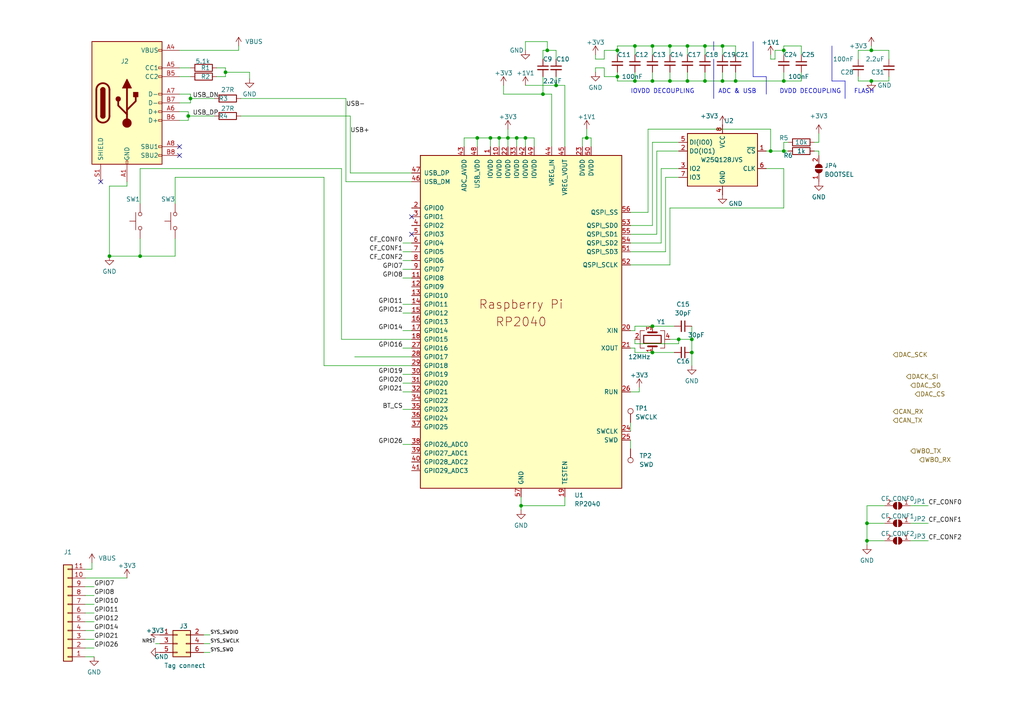
<source format=kicad_sch>
(kicad_sch (version 20230819) (generator eeschema)
  (paper "A4")
  (title_block (title "OpenEFI WBO Carrier Board") (date "2023-11-28") (rev "v3") (company "Churrosoft®") (comment 1 "CERN-OHL-S Licence"))
  (lib_symbols
    (symbol "Connector:TestPoint" (pin_numbers hide) (pin_names (offset 0.762) hide)
      (property "Reference" "TP" (at 0 6.858 0))
      (property "Value" "TestPoint" (at 0 5.08 0))
      (symbol "TestPoint_1_1"
        (pin passive line (at 0 0 90) (length 2.54) (name "1") (number "1"))
      )
    )
    (symbol "Connector:USB_C_Receptacle_USB2.0" (pin_names (offset 1.016))
      (property "Reference" "J" (at -10.16 19.05 0))
      (property "Value" "USB_C_Receptacle_USB2.0" (at 19.05 19.05 0))
      (symbol "USB_C_Receptacle_USB2.0_1_1"
        (pin passive line (at 0 -22.86 90) (length 5.08) (name "GND") (number "A1"))
        (pin passive line (at 0 -22.86 90) (length 5.08) hide (name "GND") (number "A12"))
        (pin passive line (at 15.24 15.24 180) (length 5.08) (name "VBUS") (number "A4"))
        (pin bidirectional line (at 15.24 10.16 180) (length 5.08) (name "CC1") (number "A5"))
        (pin bidirectional line (at 15.24 -2.54 180) (length 5.08) (name "D+") (number "A6"))
        (pin bidirectional line (at 15.24 2.54 180) (length 5.08) (name "D-") (number "A7"))
        (pin bidirectional line (at 15.24 -12.7 180) (length 5.08) (name "SBU1") (number "A8"))
        (pin passive line (at 15.24 15.24 180) (length 5.08) hide (name "VBUS") (number "A9"))
        (pin passive line (at 0 -22.86 90) (length 5.08) hide (name "GND") (number "B1"))
        (pin passive line (at 0 -22.86 90) (length 5.08) hide (name "GND") (number "B12"))
        (pin passive line (at 15.24 15.24 180) (length 5.08) hide (name "VBUS") (number "B4"))
        (pin bidirectional line (at 15.24 7.62 180) (length 5.08) (name "CC2") (number "B5"))
        (pin bidirectional line (at 15.24 -5.08 180) (length 5.08) (name "D+") (number "B6"))
        (pin bidirectional line (at 15.24 0 180) (length 5.08) (name "D-") (number "B7"))
        (pin bidirectional line (at 15.24 -15.24 180) (length 5.08) (name "SBU2") (number "B8"))
        (pin passive line (at 15.24 15.24 180) (length 5.08) hide (name "VBUS") (number "B9"))
        (pin passive line (at -7.62 -22.86 90) (length 5.08) (name "SHIELD") (number "S1"))
      )
    )
    (symbol "Connector_Generic:Conn_01x11" (pin_names (offset 1.016) hide)
      (property "Reference" "J" (at 0 15.24 0))
      (property "Value" "Conn_01x11" (at 0 -15.24 0))
      (symbol "Conn_01x11_1_1"
        (pin passive line (at -5.08 12.7 0) (length 3.81) (name "Pin_1") (number "1"))
        (pin passive line (at -5.08 -10.16 0) (length 3.81) (name "Pin_10") (number "10"))
        (pin passive line (at -5.08 -12.7 0) (length 3.81) (name "Pin_11") (number "11"))
        (pin passive line (at -5.08 10.16 0) (length 3.81) (name "Pin_2") (number "2"))
        (pin passive line (at -5.08 7.62 0) (length 3.81) (name "Pin_3") (number "3"))
        (pin passive line (at -5.08 5.08 0) (length 3.81) (name "Pin_4") (number "4"))
        (pin passive line (at -5.08 2.54 0) (length 3.81) (name "Pin_5") (number "5"))
        (pin passive line (at -5.08 0 0) (length 3.81) (name "Pin_6") (number "6"))
        (pin passive line (at -5.08 -2.54 0) (length 3.81) (name "Pin_7") (number "7"))
        (pin passive line (at -5.08 -5.08 0) (length 3.81) (name "Pin_8") (number "8"))
        (pin passive line (at -5.08 -7.62 0) (length 3.81) (name "Pin_9") (number "9"))
      )
    )
    (symbol "Connector_Generic:Conn_02x03_Odd_Even" (pin_names (offset 1.016) hide)
      (property "Reference" "J" (at 1.27 5.08 0))
      (property "Value" "Conn_02x03_Odd_Even" (at 1.27 -5.08 0))
      (symbol "Conn_02x03_Odd_Even_1_1"
        (pin passive line (at -5.08 2.54 0) (length 3.81) (name "Pin_1") (number "1"))
        (pin passive line (at 7.62 2.54 180) (length 3.81) (name "Pin_2") (number "2"))
        (pin passive line (at -5.08 0 0) (length 3.81) (name "Pin_3") (number "3"))
        (pin passive line (at 7.62 0 180) (length 3.81) (name "Pin_4") (number "4"))
        (pin passive line (at -5.08 -2.54 0) (length 3.81) (name "Pin_5") (number "5"))
        (pin passive line (at 7.62 -2.54 180) (length 3.81) (name "Pin_6") (number "6"))
      )
    )
    (symbol "Device:C_Small" (pin_numbers hide) (pin_names (offset 0.254) hide)
      (property "Reference" "C" (at 0.254 1.778 0))
      (property "Value" "C_Small" (at 0.254 -2.032 0))
      (symbol "C_Small_1_1"
        (pin passive line (at 0 2.54 270) (length 2.032) (name "~") (number "1"))
        (pin passive line (at 0 -2.54 90) (length 2.032) (name "~") (number "2"))
      )
    )
    (symbol "Device:Crystal_GND24" (pin_names (offset 1.016) hide)
      (property "Reference" "Y" (at 3.175 5.08 0))
      (property "Value" "Crystal_GND24" (at 3.175 3.175 0))
      (symbol "Crystal_GND24_1_1"
        (pin passive line (at -3.81 0 0) (length 1.27) (name "1") (number "1"))
        (pin passive line (at 0 5.08 270) (length 1.27) (name "2") (number "2"))
        (pin passive line (at 3.81 0 180) (length 1.27) (name "3") (number "3"))
        (pin passive line (at 0 -5.08 90) (length 1.27) (name "4") (number "4"))
      )
    )
    (symbol "Device:R" (pin_numbers hide) (pin_names (offset 0))
      (property "Reference" "R" (at 2.032 0 90))
      (property "Value" "R" (at 0 0 90))
      (symbol "R_1_1"
        (pin passive line (at 0 3.81 270) (length 1.27) (name "~") (number "1"))
        (pin passive line (at 0 -3.81 90) (length 1.27) (name "~") (number "2"))
      )
    )
    (symbol "Jumper:SolderJumper_2_Open" (pin_names (offset 0) hide)
      (property "Reference" "JP" (at 0 2.032 0))
      (property "Value" "SolderJumper_2_Open" (at 0 -2.54 0))
      (symbol "SolderJumper_2_Open_1_1"
        (pin passive line (at -3.81 0 0) (length 2.54) (name "A") (number "1"))
        (pin passive line (at 3.81 0 180) (length 2.54) (name "B") (number "2"))
      )
    )
    (symbol "Memory_Flash:W25Q128JVS"
      (property "Reference" "U" (at -8.89 8.89 0))
      (property "Value" "W25Q128JVS" (at 7.62 8.89 0))
      (symbol "W25Q128JVS_1_1"
        (pin input line (at -12.7 2.54 0) (length 2.54) (name "~{CS}") (number "1"))
        (pin bidirectional line (at 12.7 2.54 180) (length 2.54) (name "DO(IO1)") (number "2"))
        (pin bidirectional line (at 12.7 -2.54 180) (length 2.54) (name "IO2") (number "3"))
        (pin power_in line (at 0 -10.16 90) (length 2.54) (name "GND") (number "4"))
        (pin bidirectional line (at 12.7 5.08 180) (length 2.54) (name "DI(IO0)") (number "5"))
        (pin input line (at -12.7 -2.54 0) (length 2.54) (name "CLK") (number "6"))
        (pin bidirectional line (at 12.7 -5.08 180) (length 2.54) (name "IO3") (number "7"))
        (pin power_in line (at 0 10.16 270) (length 2.54) (name "VCC") (number "8"))
      )
    )
    (symbol "Switch:SW_Push" (pin_numbers hide) (pin_names (offset 1.016) hide)
      (property "Reference" "SW" (at 1.27 2.54 0))
      (property "Value" "SW_Push" (at 0 -1.524 0))
      (symbol "SW_Push_0_1"
        (pin passive line (at -5.08 0 0) (length 2.54) (name "1") (number "1"))
        (pin passive line (at 5.08 0 180) (length 2.54) (name "2") (number "2"))
      )
    )
    (symbol "power:+1V1" (power) (pin_names (offset 0))
      (property "Value" "+1V1" (at 0 3.556 0))
      (symbol "+1V1_1_1"
        (pin power_in line (at 0 0 90) (length 0) hide (name "+1V1") (number "1"))
      )
    )
    (symbol "power:+3V3" (power) (pin_names (offset 0))
      (property "Value" "+3V3" (at 0 3.556 0))
      (symbol "+3V3_1_1"
        (pin power_in line (at 0 0 90) (length 0) hide (name "+3V3") (number "1"))
      )
    )
    (symbol "power:GND" (power) (pin_names (offset 0))
      (property "Value" "GND" (at 0 -3.81 0))
      (symbol "GND_1_1"
        (pin power_in line (at 0 0 270) (length 0) hide (name "GND") (number "1"))
      )
    )
    (symbol "power:VBUS" (power) (pin_names (offset 0))
      (property "Value" "VBUS" (at 0 3.81 0))
      (symbol "VBUS_1_1"
        (pin power_in line (at 0 0 90) (length 0) hide (name "VBUS") (number "1"))
      )
    )
    (symbol "rp_pico:RP2040" (pin_names (offset 1.016))
      (property "Reference" "U" (at -29.21 49.53 0))
      (property "Value" "RP2040" (at 24.13 -49.53 0))
      (symbol "RP2040_0_0"
        (text "Raspberry Pi" (at 0 5.08 0) (effects (font (size 2.54 2.54))))
        (text "RP2040" (at 0 0 0) (effects (font (size 2.54 2.54))))
      )
      (symbol "RP2040_1_1"
        (pin power_in line (at 8.89 50.8 270) (length 2.54) (name "IOVDD") (number "1"))
        (pin power_in line (at 6.35 50.8 270) (length 2.54) (name "IOVDD") (number "10"))
        (pin bidirectional line (at 31.75 12.7 180) (length 2.54) (name "GPIO8") (number "11"))
        (pin bidirectional line (at 31.75 10.16 180) (length 2.54) (name "GPIO9") (number "12"))
        (pin bidirectional line (at 31.75 7.62 180) (length 2.54) (name "GPIO10") (number "13"))
        (pin bidirectional line (at 31.75 5.08 180) (length 2.54) (name "GPIO11") (number "14"))
        (pin bidirectional line (at 31.75 2.54 180) (length 2.54) (name "GPIO12") (number "15"))
        (pin bidirectional line (at 31.75 0 180) (length 2.54) (name "GPIO13") (number "16"))
        (pin bidirectional line (at 31.75 -2.54 180) (length 2.54) (name "GPIO14") (number "17"))
        (pin bidirectional line (at 31.75 -5.08 180) (length 2.54) (name "GPIO15") (number "18"))
        (pin passive line (at -12.7 -50.8 90) (length 2.54) (name "TESTEN") (number "19"))
        (pin bidirectional line (at 31.75 33.02 180) (length 2.54) (name "GPIO0") (number "2"))
        (pin input line (at -31.75 -2.54 0) (length 2.54) (name "XIN") (number "20"))
        (pin passive line (at -31.75 -7.62 0) (length 2.54) (name "XOUT") (number "21"))
        (pin power_in line (at 3.81 50.8 270) (length 2.54) (name "IOVDD") (number "22"))
        (pin power_in line (at -17.78 50.8 270) (length 2.54) (name "DVDD") (number "23"))
        (pin output line (at -31.75 -31.75 0) (length 2.54) (name "SWCLK") (number "24"))
        (pin bidirectional line (at -31.75 -34.29 0) (length 2.54) (name "SWD") (number "25"))
        (pin input line (at -31.75 -20.32 0) (length 2.54) (name "RUN") (number "26"))
        (pin bidirectional line (at 31.75 -7.62 180) (length 2.54) (name "GPIO16") (number "27"))
        (pin bidirectional line (at 31.75 -10.16 180) (length 2.54) (name "GPIO17") (number "28"))
        (pin bidirectional line (at 31.75 -12.7 180) (length 2.54) (name "GPIO18") (number "29"))
        (pin bidirectional line (at 31.75 30.48 180) (length 2.54) (name "GPIO1") (number "3"))
        (pin bidirectional line (at 31.75 -15.24 180) (length 2.54) (name "GPIO19") (number "30"))
        (pin bidirectional line (at 31.75 -17.78 180) (length 2.54) (name "GPIO20") (number "31"))
        (pin bidirectional line (at 31.75 -20.32 180) (length 2.54) (name "GPIO21") (number "32"))
        (pin power_in line (at 1.27 50.8 270) (length 2.54) (name "IOVDD") (number "33"))
        (pin bidirectional line (at 31.75 -22.86 180) (length 2.54) (name "GPIO22") (number "34"))
        (pin bidirectional line (at 31.75 -25.4 180) (length 2.54) (name "GPIO23") (number "35"))
        (pin bidirectional line (at 31.75 -27.94 180) (length 2.54) (name "GPIO24") (number "36"))
        (pin bidirectional line (at 31.75 -30.48 180) (length 2.54) (name "GPIO25") (number "37"))
        (pin bidirectional line (at 31.75 -35.56 180) (length 2.54) (name "GPIO26_ADC0") (number "38"))
        (pin bidirectional line (at 31.75 -38.1 180) (length 2.54) (name "GPIO27_ADC1") (number "39"))
        (pin bidirectional line (at 31.75 27.94 180) (length 2.54) (name "GPIO2") (number "4"))
        (pin bidirectional line (at 31.75 -40.64 180) (length 2.54) (name "GPIO28_ADC2") (number "40"))
        (pin bidirectional line (at 31.75 -43.18 180) (length 2.54) (name "GPIO29_ADC3") (number "41"))
        (pin power_in line (at -1.27 50.8 270) (length 2.54) (name "IOVDD") (number "42"))
        (pin power_in line (at 16.51 50.8 270) (length 2.54) (name "ADC_AVDD") (number "43"))
        (pin power_in line (at -8.89 50.8 270) (length 2.54) (name "VREG_IN") (number "44"))
        (pin power_out line (at -12.7 50.8 270) (length 2.54) (name "VREG_VOUT") (number "45"))
        (pin bidirectional line (at 31.75 40.64 180) (length 2.54) (name "USB_DM") (number "46"))
        (pin bidirectional line (at 31.75 43.18 180) (length 2.54) (name "USB_DP") (number "47"))
        (pin power_in line (at 12.7 50.8 270) (length 2.54) (name "USB_VDD") (number "48"))
        (pin power_in line (at -3.81 50.8 270) (length 2.54) (name "IOVDD") (number "49"))
        (pin bidirectional line (at 31.75 25.4 180) (length 2.54) (name "GPIO3") (number "5"))
        (pin power_in line (at -20.32 50.8 270) (length 2.54) (name "DVDD") (number "50"))
        (pin bidirectional line (at -31.75 20.32 0) (length 2.54) (name "QSPI_SD3") (number "51"))
        (pin output line (at -31.75 16.51 0) (length 2.54) (name "QSPI_SCLK") (number "52"))
        (pin bidirectional line (at -31.75 27.94 0) (length 2.54) (name "QSPI_SD0") (number "53"))
        (pin bidirectional line (at -31.75 22.86 0) (length 2.54) (name "QSPI_SD2") (number "54"))
        (pin bidirectional line (at -31.75 25.4 0) (length 2.54) (name "QSPI_SD1") (number "55"))
        (pin bidirectional line (at -31.75 31.75 0) (length 2.54) (name "QSPI_SS") (number "56"))
        (pin power_in line (at 0 -50.8 90) (length 2.54) (name "GND") (number "57"))
        (pin bidirectional line (at 31.75 22.86 180) (length 2.54) (name "GPIO4") (number "6"))
        (pin bidirectional line (at 31.75 20.32 180) (length 2.54) (name "GPIO5") (number "7"))
        (pin bidirectional line (at 31.75 17.78 180) (length 2.54) (name "GPIO6") (number "8"))
        (pin bidirectional line (at 31.75 15.24 180) (length 2.54) (name "GPIO7") (number "9"))
      )
    )
  )
  (junction (at 204.47 13.335))
  (junction (at 189.23 94.615))
  (junction (at 55.245 28.575))
  (junction (at 227.33 23.495))
  (junction (at 138.43 40.005))
  (junction (at 227.33 14.605))
  (junction (at 65.405 20.955))
  (junction (at 204.47 23.495))
  (junction (at 199.39 23.495))
  (junction (at 158.75 14.605))
  (junction (at 184.15 13.335))
  (junction (at 54.61 33.655))
  (junction (at 40.64 74.295))
  (junction (at 184.15 23.495))
  (junction (at 251.46 156.845))
  (junction (at 189.23 23.495))
  (junction (at 147.32 40.005))
  (junction (at 170.18 40.005))
  (junction (at 196.85 98.425))
  (junction (at 189.23 102.235))
  (junction (at 223.52 43.815))
  (junction (at 209.55 23.495))
  (junction (at 189.23 13.335))
  (junction (at 161.29 24.765))
  (junction (at 152.4 40.005))
  (junction (at 252.73 23.495))
  (junction (at 209.55 13.335))
  (junction (at 252.73 14.605))
  (junction (at 142.24 40.005))
  (junction (at 179.07 14.605))
  (junction (at 31.75 74.295))
  (junction (at 194.31 13.335))
  (junction (at 200.66 102.235))
  (junction (at 227.33 43.815))
  (junction (at 194.31 23.495))
  (junction (at 213.36 23.495))
  (junction (at 149.86 40.005))
  (junction (at 199.39 13.335))
  (junction (at 251.46 151.765))
  (junction (at 144.78 40.005))
  (junction (at 157.48 27.305))
  (junction (at 179.07 22.225))
  (junction (at 151.13 146.685))
  (junction (at 200.66 98.425))
  (no_connect (at 52.07 42.545))
  (no_connect (at 119.38 67.945))
  (no_connect (at 29.21 52.705))
  (no_connect (at 52.07 45.085))
  (no_connect (at 119.38 62.865))
  (wire (pts (xy 213.36 15.875) (xy 213.36 13.335)))
  (wire (pts (xy 27.305 187.96) (xy 24.765 187.96)))
  (wire (pts (xy 227.33 43.815) (xy 227.33 41.275)))
  (wire (pts (xy 72.39 22.86) (xy 72.39 20.955)))
  (wire (pts (xy 65.405 20.955) (xy 65.405 22.225)))
  (wire (pts (xy 257.81 22.225) (xy 257.81 23.495)))
  (wire (pts (xy 52.07 32.385) (xy 54.61 32.385)))
  (wire (pts (xy 40.64 74.295) (xy 50.8 74.295)))
  (wire (pts (xy 189.23 102.235) (xy 195.58 102.235)))
  (wire (pts (xy 252.73 13.335) (xy 252.73 14.605)))
  (polyline (pts (xy 245.11 23.495) (xy 241.3 23.495)))
  (wire (pts (xy 24.765 180.34) (xy 27.305 180.34)))
  (wire (pts (xy 138.43 40.005) (xy 142.24 40.005)))
  (wire (pts (xy 172.72 20.955) (xy 172.72 19.685)))
  (wire (pts (xy 204.47 20.955) (xy 204.47 23.495)))
  (wire (pts (xy 24.765 177.8) (xy 27.305 177.8)))
  (wire (pts (xy 227.33 41.275) (xy 228.6 41.275)))
  (wire (pts (xy 191.77 70.485) (xy 191.77 48.895)))
  (wire (pts (xy 116.84 95.885) (xy 119.38 95.885)))
  (wire (pts (xy 182.88 76.835) (xy 194.31 76.835)))
  (wire (pts (xy 227.33 48.895) (xy 222.25 48.895)))
  (wire (pts (xy 69.215 13.335) (xy 69.215 14.605)))
  (wire (pts (xy 69.215 14.605) (xy 52.07 14.605)))
  (wire (pts (xy 204.47 13.335) (xy 199.39 13.335)))
  (wire (pts (xy 223.52 37.465) (xy 223.52 43.815)))
  (wire (pts (xy 119.38 106.045) (xy 93.98 106.045)))
  (wire (pts (xy 50.8 51.435) (xy 50.8 59.055)))
  (wire (pts (xy 24.765 175.26) (xy 27.305 175.26)))
  (wire (pts (xy 227.33 14.605) (xy 227.33 15.875)))
  (polyline (pts (xy 222.25 27.305) (xy 222.25 22.225)))
  (wire (pts (xy 116.84 70.485) (xy 119.38 70.485)))
  (wire (pts (xy 116.84 90.805) (xy 119.38 90.805)))
  (wire (pts (xy 257.81 17.145) (xy 257.81 14.605)))
  (wire (pts (xy 55.245 27.305) (xy 55.245 28.575)))
  (wire (pts (xy 151.13 144.145) (xy 151.13 146.685)))
  (wire (pts (xy 189.23 20.955) (xy 189.23 23.495)))
  (wire (pts (xy 209.55 15.875) (xy 209.55 13.335)))
  (wire (pts (xy 256.54 151.765) (xy 251.46 151.765)))
  (wire (pts (xy 189.23 13.335) (xy 184.15 13.335)))
  (wire (pts (xy 184.15 13.335) (xy 184.15 15.875)))
  (wire (pts (xy 152.4 40.005) (xy 152.4 42.545)))
  (wire (pts (xy 199.39 13.335) (xy 199.39 15.875)))
  (wire (pts (xy 227.33 13.335) (xy 227.33 14.605)))
  (wire (pts (xy 209.55 20.955) (xy 209.55 23.495)))
  (wire (pts (xy 237.49 41.275) (xy 236.22 41.275)))
  (wire (pts (xy 45.085 186.69) (xy 46.355 186.69)))
  (wire (pts (xy 184.15 102.235) (xy 184.15 100.965)))
  (wire (pts (xy 182.88 65.405) (xy 189.23 65.405)))
  (wire (pts (xy 184.15 94.615) (xy 184.15 95.885)))
  (wire (pts (xy 168.91 40.005) (xy 168.91 42.545)))
  (wire (pts (xy 138.43 40.005) (xy 138.43 42.545)))
  (wire (pts (xy 194.31 13.335) (xy 194.31 15.875)))
  (wire (pts (xy 191.77 48.895) (xy 196.85 48.895)))
  (wire (pts (xy 116.84 111.125) (xy 119.38 111.125)))
  (wire (pts (xy 54.61 33.655) (xy 54.61 34.925)))
  (wire (pts (xy 142.24 40.005) (xy 142.24 42.545)))
  (wire (pts (xy 182.88 113.665) (xy 185.42 113.665)))
  (wire (pts (xy 163.83 144.145) (xy 163.83 146.685)))
  (wire (pts (xy 116.84 100.965) (xy 119.38 100.965)))
  (wire (pts (xy 184.15 23.495) (xy 179.07 23.495)))
  (wire (pts (xy 232.41 23.495) (xy 227.33 23.495)))
  (wire (pts (xy 184.15 98.425) (xy 184.15 99.695)))
  (wire (pts (xy 213.36 20.955) (xy 213.36 23.495)))
  (wire (pts (xy 116.84 73.025) (xy 119.38 73.025)))
  (wire (pts (xy 184.15 95.885) (xy 182.88 95.885)))
  (wire (pts (xy 196.85 51.435) (xy 193.04 51.435)))
  (wire (pts (xy 200.66 98.425) (xy 200.66 102.235)))
  (wire (pts (xy 36.83 53.975) (xy 31.75 53.975)))
  (wire (pts (xy 189.23 94.615) (xy 195.58 94.615)))
  (wire (pts (xy 175.26 17.145) (xy 175.26 14.605)))
  (wire (pts (xy 182.88 61.595) (xy 187.96 61.595)))
  (wire (pts (xy 116.84 80.645) (xy 119.38 80.645)))
  (wire (pts (xy 248.92 17.145) (xy 248.92 14.605)))
  (wire (pts (xy 147.32 40.005) (xy 147.32 42.545)))
  (wire (pts (xy 102.87 103.505) (xy 119.38 103.505)))
  (wire (pts (xy 227.33 43.815) (xy 228.6 43.815)))
  (wire (pts (xy 55.245 28.575) (xy 62.23 28.575)))
  (wire (pts (xy 251.46 146.685) (xy 251.46 151.765)))
  (wire (pts (xy 171.45 40.005) (xy 170.18 40.005)))
  (wire (pts (xy 264.16 156.845) (xy 269.24 156.845)))
  (wire (pts (xy 116.84 108.585) (xy 119.38 108.585)))
  (wire (pts (xy 182.88 125.095) (xy 182.88 122.555)))
  (wire (pts (xy 223.52 15.875) (xy 223.52 17.145)))
  (wire (pts (xy 116.84 78.105) (xy 119.38 78.105)))
  (wire (pts (xy 157.48 14.605) (xy 157.48 17.145)))
  (wire (pts (xy 24.765 190.5) (xy 27.305 190.5)))
  (wire (pts (xy 187.96 37.465) (xy 187.96 61.595)))
  (wire (pts (xy 40.64 48.895) (xy 99.06 48.895)))
  (wire (pts (xy 157.48 22.225) (xy 157.48 27.305)))
  (wire (pts (xy 119.38 50.165) (xy 101.6 50.165)))
  (wire (pts (xy 184.15 13.335) (xy 179.07 13.335)))
  (wire (pts (xy 182.88 70.485) (xy 191.77 70.485)))
  (wire (pts (xy 199.39 20.955) (xy 199.39 23.495)))
  (wire (pts (xy 146.05 27.305) (xy 146.05 24.765)))
  (wire (pts (xy 194.31 60.325) (xy 194.31 76.835)))
  (wire (pts (xy 179.07 13.335) (xy 179.07 14.605)))
  (wire (pts (xy 252.73 14.605) (xy 248.92 14.605)))
  (wire (pts (xy 52.07 27.305) (xy 55.245 27.305)))
  (polyline (pts (xy 218.44 12.065) (xy 218.44 22.225)))
  (wire (pts (xy 190.5 43.815) (xy 190.5 67.945)))
  (polyline (pts (xy 245.11 28.575) (xy 245.11 23.495)))
  (wire (pts (xy 171.45 40.005) (xy 171.45 42.545)))
  (wire (pts (xy 154.94 40.005) (xy 152.4 40.005)))
  (wire (pts (xy 213.36 13.335) (xy 209.55 13.335)))
  (wire (pts (xy 264.16 146.685) (xy 269.24 146.685)))
  (wire (pts (xy 161.29 22.225) (xy 161.29 24.765)))
  (wire (pts (xy 175.26 19.685) (xy 175.26 22.225)))
  (wire (pts (xy 179.07 14.605) (xy 179.07 15.875)))
  (wire (pts (xy 175.26 22.225) (xy 179.07 22.225)))
  (wire (pts (xy 194.31 20.955) (xy 194.31 23.495)))
  (wire (pts (xy 223.52 43.815) (xy 227.33 43.815)))
  (wire (pts (xy 31.75 53.975) (xy 31.75 74.295)))
  (wire (pts (xy 134.62 40.005) (xy 138.43 40.005)))
  (wire (pts (xy 256.54 146.685) (xy 251.46 146.685)))
  (wire (pts (xy 196.85 99.695) (xy 196.85 98.425)))
  (wire (pts (xy 144.78 40.005) (xy 142.24 40.005)))
  (wire (pts (xy 52.07 29.845) (xy 55.245 29.845)))
  (wire (pts (xy 163.83 146.685) (xy 151.13 146.685)))
  (wire (pts (xy 100.33 28.575) (xy 100.33 52.705)))
  (wire (pts (xy 149.86 40.005) (xy 147.32 40.005)))
  (wire (pts (xy 194.31 23.495) (xy 199.39 23.495)))
  (wire (pts (xy 185.42 113.665) (xy 185.42 112.395)))
  (wire (pts (xy 209.55 13.335) (xy 204.47 13.335)))
  (wire (pts (xy 194.31 23.495) (xy 189.23 23.495)))
  (wire (pts (xy 196.85 98.425) (xy 200.66 98.425)))
  (wire (pts (xy 175.26 14.605) (xy 179.07 14.605)))
  (wire (pts (xy 40.64 69.215) (xy 40.64 74.295)))
  (wire (pts (xy 200.66 102.235) (xy 200.66 106.045)))
  (wire (pts (xy 52.07 19.685) (xy 55.245 19.685)))
  (wire (pts (xy 213.36 23.495) (xy 209.55 23.495)))
  (wire (pts (xy 251.46 156.845) (xy 256.54 156.845)))
  (wire (pts (xy 24.765 165.1) (xy 26.67 165.1)))
  (wire (pts (xy 72.39 20.955) (xy 65.405 20.955)))
  (wire (pts (xy 93.98 106.045) (xy 93.98 51.435)))
  (polyline (pts (xy 207.01 12.065) (xy 207.01 14.605)))
  (wire (pts (xy 213.36 23.495) (xy 227.33 23.495)))
  (wire (pts (xy 116.84 128.905) (xy 119.38 128.905)))
  (wire (pts (xy 24.765 167.64) (xy 36.83 167.64)))
  (wire (pts (xy 24.765 170.18) (xy 27.305 170.18)))
  (wire (pts (xy 224.79 14.605) (xy 227.33 14.605)))
  (wire (pts (xy 160.02 27.305) (xy 157.48 27.305)))
  (wire (pts (xy 69.85 28.575) (xy 100.33 28.575)))
  (wire (pts (xy 50.8 51.435) (xy 93.98 51.435)))
  (polyline (pts (xy 222.25 22.225) (xy 218.44 22.225)))
  (wire (pts (xy 172.72 17.145) (xy 175.26 17.145)))
  (wire (pts (xy 101.6 50.165) (xy 101.6 33.655)))
  (wire (pts (xy 31.75 74.295) (xy 40.64 74.295)))
  (wire (pts (xy 36.83 52.705) (xy 36.83 53.975)))
  (wire (pts (xy 237.49 38.735) (xy 237.49 41.275)))
  (wire (pts (xy 99.06 98.425) (xy 119.38 98.425)))
  (wire (pts (xy 170.18 40.005) (xy 168.91 40.005)))
  (wire (pts (xy 62.865 19.685) (xy 65.405 19.685)))
  (wire (pts (xy 69.85 33.655) (xy 101.6 33.655)))
  (wire (pts (xy 147.32 40.005) (xy 144.78 40.005)))
  (wire (pts (xy 222.25 43.815) (xy 223.52 43.815)))
  (wire (pts (xy 187.96 37.465) (xy 223.52 37.465)))
  (wire (pts (xy 99.06 48.895) (xy 99.06 98.425)))
  (wire (pts (xy 227.33 20.955) (xy 227.33 23.495)))
  (wire (pts (xy 161.29 24.765) (xy 163.83 24.765)))
  (polyline (pts (xy 241.3 13.335) (xy 241.3 23.495)))
  (wire (pts (xy 116.84 75.565) (xy 119.38 75.565)))
  (wire (pts (xy 147.32 37.465) (xy 147.32 40.005)))
  (wire (pts (xy 24.765 182.88) (xy 27.305 182.88)))
  (wire (pts (xy 193.04 51.435) (xy 193.04 73.025)))
  (wire (pts (xy 116.84 118.745) (xy 119.38 118.745)))
  (wire (pts (xy 184.15 100.965) (xy 182.88 100.965)))
  (wire (pts (xy 26.67 165.1) (xy 26.67 163.195)))
  (wire (pts (xy 193.04 73.025) (xy 182.88 73.025)))
  (wire (pts (xy 161.29 17.145) (xy 161.29 14.605)))
  (wire (pts (xy 194.31 13.335) (xy 189.23 13.335)))
  (wire (pts (xy 232.41 20.955) (xy 232.41 23.495)))
  (wire (pts (xy 27.305 185.42) (xy 24.765 185.42)))
  (wire (pts (xy 224.79 17.145) (xy 224.79 14.605)))
  (wire (pts (xy 209.55 23.495) (xy 204.47 23.495)))
  (wire (pts (xy 54.61 33.655) (xy 62.23 33.655)))
  (wire (pts (xy 251.46 151.765) (xy 251.46 156.845)))
  (wire (pts (xy 100.33 52.705) (xy 119.38 52.705)))
  (wire (pts (xy 149.86 40.005) (xy 149.86 42.545)))
  (wire (pts (xy 184.15 94.615) (xy 189.23 94.615)))
  (wire (pts (xy 152.4 40.005) (xy 149.86 40.005)))
  (wire (pts (xy 55.245 28.575) (xy 55.245 29.845)))
  (wire (pts (xy 179.07 23.495) (xy 179.07 22.225)))
  (wire (pts (xy 252.73 14.605) (xy 257.81 14.605)))
  (wire (pts (xy 199.39 23.495) (xy 204.47 23.495)))
  (wire (pts (xy 60.96 184.15) (xy 59.055 184.15)))
  (wire (pts (xy 236.22 43.815) (xy 237.49 43.815)))
  (wire (pts (xy 170.18 37.465) (xy 170.18 40.005)))
  (wire (pts (xy 65.405 19.685) (xy 65.405 20.955)))
  (wire (pts (xy 232.41 15.875) (xy 232.41 13.335)))
  (wire (pts (xy 194.31 60.325) (xy 227.33 60.325)))
  (wire (pts (xy 194.31 98.425) (xy 196.85 98.425)))
  (wire (pts (xy 172.72 15.875) (xy 172.72 17.145)))
  (wire (pts (xy 248.92 23.495) (xy 248.92 22.225)))
  (wire (pts (xy 52.07 34.925) (xy 54.61 34.925)))
  (wire (pts (xy 24.765 172.72) (xy 27.305 172.72)))
  (wire (pts (xy 184.15 20.955) (xy 184.15 23.495)))
  (wire (pts (xy 134.62 42.545) (xy 134.62 40.005)))
  (wire (pts (xy 60.96 186.69) (xy 59.055 186.69)))
  (wire (pts (xy 52.07 22.225) (xy 55.245 22.225)))
  (wire (pts (xy 200.66 94.615) (xy 200.66 98.425)))
  (wire (pts (xy 60.96 189.23) (xy 59.055 189.23)))
  (wire (pts (xy 251.46 158.115) (xy 251.46 156.845)))
  (wire (pts (xy 189.23 23.495) (xy 184.15 23.495)))
  (wire (pts (xy 184.15 102.235) (xy 189.23 102.235)))
  (wire (pts (xy 204.47 15.875) (xy 204.47 13.335)))
  (wire (pts (xy 223.52 17.145) (xy 224.79 17.145)))
  (wire (pts (xy 184.15 99.695) (xy 196.85 99.695)))
  (wire (pts (xy 152.4 14.605) (xy 152.4 12.065)))
  (wire (pts (xy 50.8 69.215) (xy 50.8 74.295)))
  (wire (pts (xy 199.39 13.335) (xy 194.31 13.335)))
  (wire (pts (xy 189.23 13.335) (xy 189.23 15.875)))
  (wire (pts (xy 257.81 23.495) (xy 252.73 23.495)))
  (wire (pts (xy 158.75 12.065) (xy 158.75 14.605)))
  (wire (pts (xy 190.5 67.945) (xy 182.88 67.945)))
  (wire (pts (xy 152.4 24.765) (xy 161.29 24.765)))
  (wire (pts (xy 179.07 22.225) (xy 179.07 20.955)))
  (wire (pts (xy 227.33 48.895) (xy 227.33 60.325)))
  (wire (pts (xy 161.29 14.605) (xy 158.75 14.605)))
  (wire (pts (xy 152.4 12.065) (xy 158.75 12.065)))
  (wire (pts (xy 189.23 65.405) (xy 189.23 41.275)))
  (wire (pts (xy 116.84 113.665) (xy 119.38 113.665)))
  (wire (pts (xy 189.23 41.275) (xy 196.85 41.275)))
  (wire (pts (xy 65.405 22.225) (xy 62.865 22.225)))
  (wire (pts (xy 172.72 19.685) (xy 175.26 19.685)))
  (wire (pts (xy 157.48 27.305) (xy 146.05 27.305)))
  (wire (pts (xy 196.85 43.815) (xy 190.5 43.815)))
  (wire (pts (xy 54.61 32.385) (xy 54.61 33.655)))
  (wire (pts (xy 163.83 42.545) (xy 163.83 24.765)))
  (polyline (pts (xy 207.01 17.145) (xy 207.01 28.575)))
  (wire (pts (xy 158.75 14.605) (xy 157.48 14.605)))
  (wire (pts (xy 154.94 42.545) (xy 154.94 40.005)))
  (wire (pts (xy 160.02 27.305) (xy 160.02 42.545)))
  (wire (pts (xy 182.88 127.635) (xy 182.88 130.175)))
  (wire (pts (xy 40.64 48.895) (xy 40.64 59.055)))
  (wire (pts (xy 264.16 151.765) (xy 269.24 151.765)))
  (wire (pts (xy 116.84 88.265) (xy 119.38 88.265)))
  (wire (pts (xy 151.13 146.685) (xy 151.13 147.955)))
  (wire (pts (xy 232.41 13.335) (xy 227.33 13.335)))
  (wire (pts (xy 237.49 43.815) (xy 237.49 45.085)))
  (wire (pts (xy 252.73 23.495) (xy 248.92 23.495)))
  (wire (pts (xy 144.78 40.005) (xy 144.78 42.545)))
  (text "FLASH" (at 247.65 27.305 0) (effects (font (size 1.27 1.27)) (justify left bottom)))
  (text "ADC & USB" (at 208.28 27.305 0) (effects (font (size 1.27 1.27)) (justify left bottom)))
  (text "DVDD DECOUPLING" (at 226.06 27.305 0) (effects (font (size 1.27 1.27)) (justify left bottom)))
  (text "IOVDD DECOUPLING" (at 182.88 27.305 0) (effects (font (size 1.27 1.27)) (justify left bottom)))
  (label "GPIO10" (at 27.305 175.26 0))
  (label "GPIO21" (at 27.305 185.42 0))
  (label "GPIO11" (at 27.305 177.8 0))
  (label "CF_CONF2" (at 116.84 75.565 180))
  (label "GPIO8" (at 27.305 172.72 0))
  (label "USB_DP" (at 55.88 33.655 0))
  (label "GPIO12" (at 116.84 90.805 180))
  (label "GPIO7" (at 27.305 170.18 0))
  (label "SYS_SWO" (at 60.96 189.23 0) (effects (font (size 0.9906 0.9906))))
  (label "GPIO21" (at 116.84 113.665 180))
  (label "GPIO16" (at 116.84 100.965 180))
  (label "BT_CS" (at 116.84 118.745 180))
  (label "CF_CONF1" (at 269.24 151.765 0))
  (label "GPIO20" (at 116.84 111.125 180))
  (label "SYS_SWCLK" (at 60.96 186.69 0) (effects (font (size 0.9906 0.9906))))
  (label "CF_CONF2" (at 269.24 156.845 0))
  (label "GPIO11" (at 116.84 88.265 180))
  (label "GPIO8" (at 116.84 80.645 180))
  (label "USB+" (at 101.6 38.735 0))
  (label "GPIO26" (at 116.84 128.905 180))
  (label "SYS_SWDIO" (at 60.96 184.15 0) (effects (font (size 0.9906 0.9906))))
  (label "CF_CONF1" (at 116.84 73.025 180))
  (label "GPIO14" (at 27.305 182.88 0))
  (label "GPIO26" (at 27.305 187.96 0))
  (label "GPIO14" (at 116.84 95.885 180))
  (label "GPIO7" (at 116.84 78.105 180))
  (label "GPIO19" (at 116.84 108.585 180))
  (label "GPIO12" (at 27.305 180.34 0))
  (label "CF_CONF0" (at 269.24 146.685 0))
  (label "NRST" (at 45.085 186.69 180) (effects (font (size 0.9906 0.9906))))
  (label "USB_DN" (at 55.88 28.575 0))
  (label "CF_CONF0" (at 116.84 70.485 180))
  (label "USB-" (at 100.33 31.115 0))
  (hierarchical_label "DAC_SCK" (shape input) (at 259.08 102.87 0))
  (hierarchical_label "DAC_SO" (shape input) (at 264.16 111.76 0))
  (hierarchical_label "CAN_TX" (shape input) (at 259.08 121.92 0))
  (hierarchical_label "DAC_CS" (shape input) (at 265.43 114.3 0))
  (hierarchical_label "WBO_TX" (shape input) (at 264.16 130.81 0))
  (hierarchical_label "WBO_RX" (shape input) (at 266.7 133.35 0))
  (hierarchical_label "DACK_SI" (shape input) (at 262.89 109.22 0))
  (hierarchical_label "CAN_RX" (shape input) (at 259.08 119.38 0))
  (symbol (lib_id "Device:C_Small") (at 248.92 19.685 180) (unit 1)
    (property "Reference" "C28" (at 247.65 20.955 0) (effects (justify left)))
    (property "Value" "100nF" (at 247.65 17.145 0) (effects (justify left)))
    (property "Footprint" "Capacitor_SMD:C_0603_1608Metric" (effects hide))
    (instances (project "Wideband_v3" (path "" (reference "C28") (unit 1)) (path "" (reference "C23") (unit 1))) (project "churrodeck" (path "" (reference "C18") (unit 1))))
  )
  (symbol (lib_id "power:+1V1") (at 223.52 15.875 0) (unit 1)
    (property "Reference" "#PWR026" (effects hide))
    (property "Value" "+1V1" (at 223.52 12.2992 0))
    (instances (project "Wideband_v3" (path "" (reference "#PWR026") (unit 1)) (path "" (reference "#PWR025") (unit 1))) (project "churrodeck" (path "" (reference "#PWR014") (unit 1))))
  )
  (symbol (lib_id "power:+3V3") (at 146.05 24.765 0) (unit 1)
    (property "Reference" "#PWR013" (effects hide))
    (property "Value" "+3V3" (at 146.05 21.1892 0))
    (instances (project "Wideband_v3" (path "" (reference "#PWR013") (unit 1)) (path "" (reference "#PWR013") (unit 1))) (project "churrodeck" (path "" (reference "#PWR06") (unit 1))))
  )
  (symbol (lib_id "Jumper:SolderJumper_2_Open") (at 260.35 151.765 180) (unit 1) (in_bom no)
    (property "Reference" "JP2" (at 266.7 150.495 0))
    (property "Value" "CF_CONF1" (at 260.35 149.7131 0))
    (property "Footprint" "Jumper:SolderJumper-2_P1.3mm_Open_TrianglePad1.0x1.5mm" (effects hide))
    (instances (project "Wideband_v3" (path "" (reference "JP2") (unit 1)) (path "" (reference "JP2") (unit 1))) (project "churrodeck" (path "" (reference "JP3") (unit 1))))
  )
  (symbol (lib_id "Connector:TestPoint") (at 182.88 130.175 180) (unit 1)
    (property "Reference" "TP2" (at 185.42 132.207 0) (effects (justify right)))
    (property "Value" "SWD" (at 185.42 134.747 0) (effects (justify right)))
    (property "Footprint" "TestPoint:TestPoint_Pad_1.0x1.0mm" (effects hide))
  )
  (symbol (lib_id "Device:C_Small") (at 184.15 18.415 0) (unit 1)
    (property "Reference" "C12" (at 184.15 15.875 0) (effects (justify left)))
    (property "Value" "100nF" (effects hide))
    (property "Footprint" "Capacitor_SMD:C_0603_1608Metric" (effects hide))
    (instances (project "Wideband_v3" (path "" (reference "C12") (unit 1)) (path "" (reference "C12") (unit 1))) (project "churrodeck" (path "" (reference "C6") (unit 1))))
  )
  (symbol (lib_id "Device:R") (at 66.04 28.575 270) (unit 1)
    (property "Reference" "R3" (at 64.77 28.575 90))
    (property "Value" "27R" (at 66.04 26.035 90))
    (property "Footprint" "Resistor_SMD:R_0603_1608Metric" (effects hide))
    (instances (project "Wideband_v3" (path "" (reference "R3") (unit 1)) (path "" (reference "R3") (unit 1))) (project "churrodeck" (path "" (reference "R2") (unit 1))))
  )
  (symbol (lib_id "Device:C_Small") (at 232.41 18.415 0) (unit 1)
    (property "Reference" "C25" (at 232.41 15.875 0) (effects (justify left)))
    (property "Value" "100nF" (effects hide))
    (property "Footprint" "Capacitor_SMD:C_0603_1608Metric" (effects hide))
    (instances (project "Wideband_v3" (path "" (reference "C25") (unit 1)) (path "" (reference "C22") (unit 1))) (project "churrodeck" (path "" (reference "C14") (unit 1))))
  )
  (symbol (lib_id "Jumper:SolderJumper_2_Open") (at 260.35 146.685 180) (unit 1) (in_bom no)
    (property "Reference" "JP1" (at 266.7 145.415 0))
    (property "Value" "CF_CONF0" (at 260.35 144.6331 0))
    (property "Footprint" "Jumper:SolderJumper-2_P1.3mm_Open_TrianglePad1.0x1.5mm" (effects hide))
    (instances (project "Wideband_v3" (path "" (reference "JP1") (unit 1)) (path "" (reference "JP1") (unit 1))) (project "churrodeck" (path "" (reference "JP2") (unit 1))))
  )
  (symbol (lib_id "power:GND") (at 72.39 22.86 0) (unit 1)
    (property "Reference" "#PWR010" (effects hide))
    (property "Value" "GND" (at 72.39 27.3034 0))
    (instances (project "Wideband_v3" (path "" (reference "#PWR010") (unit 1)) (path "" (reference "#PWR010") (unit 1))) (project "churrodeck" (path "" (reference "#PWR02") (unit 1))))
  )
  (symbol (lib_id "power:+3V3") (at 147.32 37.465 0) (unit 1)
    (property "Reference" "#PWR014" (effects hide))
    (property "Value" "+3V3" (at 147.32 33.8892 0))
    (instances (project "Wideband_v3" (path "" (reference "#PWR014") (unit 1)) (path "" (reference "#PWR014") (unit 1))) (project "churrodeck" (path "" (reference "#PWR07") (unit 1))))
  )
  (symbol (lib_id "rp_pico:RP2040") (at 151.13 93.345 0) (mirror y) (unit 1)
    (property "Reference" "U1" (at 166.5987 143.6354 0) (effects (justify right)))
    (property "Value" "RP2040" (at 166.5987 146.1723 0) (effects (justify right)))
    (property "Footprint" "Package_DFN_QFN:QFN-56-1EP_7x7mm_P0.4mm_EP3.2x3.2mm" (effects hide))
    (instances (project "Wideband_v3" (path "" (reference "U1") (unit 1)) (path "" (reference "U1") (unit 1))) (project "churrodeck" (path "" (reference "U2") (unit 1))))
  )
  (symbol (lib_id "Device:C_Small") (at 204.47 18.415 0) (unit 1)
    (property "Reference" "C18" (at 204.47 15.875 0) (effects (justify left)))
    (property "Value" "100nF" (effects hide))
    (property "Footprint" "Capacitor_SMD:C_0603_1608Metric" (effects hide))
    (instances (project "Wideband_v3" (path "" (reference "C18") (unit 1)) (path "" (reference "C18") (unit 1))) (project "churrodeck" (path "" (reference "C10") (unit 1))))
  )
  (symbol (lib_id "power:GND") (at 251.46 158.115 0) (unit 1)
    (property "Reference" "#PWR04" (effects hide))
    (property "Value" "GND" (at 251.46 162.5584 0))
    (instances (project "Wideband_v3" (path "" (reference "#PWR04") (unit 1)) (path "" (reference "#PWR04") (unit 1))) (project "churrodeck" (path "" (reference "#PWR0101") (unit 1))))
  )
  (symbol (lib_id "Jumper:SolderJumper_2_Open") (at 260.35 156.845 180) (unit 1) (in_bom no)
    (property "Reference" "JP3" (at 266.7 155.575 0))
    (property "Value" "CF_CONF2" (at 260.35 154.7931 0))
    (property "Footprint" "Jumper:SolderJumper-2_P1.3mm_Open_TrianglePad1.0x1.5mm" (effects hide))
    (instances (project "Wideband_v3" (path "" (reference "JP3") (unit 1)) (path "" (reference "JP3") (unit 1))) (project "churrodeck" (path "" (reference "JP4") (unit 1))))
  )
  (symbol (lib_id "Device:R") (at 59.055 19.685 90) (unit 1)
    (property "Reference" "R1" (at 60.96 19.685 90) (effects (justify left)))
    (property "Value" "5.1k" (at 60.96 17.78 90) (effects (justify left)))
    (property "Footprint" "Resistor_SMD:R_0603_1608Metric" (effects hide))
    (instances (project "Wideband_v3" (path "" (reference "R1") (unit 1)) (path "" (reference "R1") (unit 1))) (project "churrodeck" (path "" (reference "R18") (unit 1))))
  )
  (symbol (lib_id "power:+3V3") (at 46.355 184.15 90) (unit 1)
    (property "Reference" "#PWR02" (effects hide))
    (property "Value" "+3V3" (at 47.625 182.88 90) (effects (justify left)))
    (instances (project "Wideband_v3" (path "" (reference "#PWR02") (unit 1)) (path "" (reference "#PWR02") (unit 1))) (project "uEFI_rev3" (path "" (reference "#PWR0119") (unit 1))) (project "churrodeck" (path "" (reference "#PWR038") (unit 1))))
  )
  (symbol (lib_id "power:GND") (at 46.355 189.23 270) (unit 1)
    (property "Reference" "#PWR03" (effects hide))
    (property "Value" "GND" (at 48.895 190.5 90) (effects (justify right)))
    (instances (project "Wideband_v3" (path "" (reference "#PWR03") (unit 1)) (path "" (reference "#PWR03") (unit 1))) (project "uEFI_rev3" (path "" (reference "#PWR0120") (unit 1))) (project "churrodeck" (path "" (reference "#PWR039") (unit 1))))
  )
  (symbol (lib_id "Device:R") (at 59.055 22.225 90) (unit 1)
    (property "Reference" "R2" (at 60.96 22.225 90) (effects (justify left)))
    (property "Value" "5.1k" (effects hide))
    (property "Footprint" "Resistor_SMD:R_0603_1608Metric" (effects hide))
    (instances (project "Wideband_v3" (path "" (reference "R2") (unit 1)) (path "" (reference "R2") (unit 1))) (project "churrodeck" (path "" (reference "R19") (unit 1))))
  )
  (symbol (lib_id "power:+3V3") (at 209.55 36.195 0) (unit 1)
    (property "Reference" "#PWR023" (effects hide))
    (property "Value" "+3V3" (at 205.74 33.655 0))
    (instances (project "Wideband_v3" (path "" (reference "#PWR023") (unit 1)) (path "" (reference "#PWR023") (unit 1))) (project "churrodeck" (path "" (reference "#PWR050") (unit 1))))
  )
  (symbol (lib_id "power:GND") (at 200.66 106.045 0) (unit 1)
    (property "Reference" "#PWR022" (effects hide))
    (property "Value" "GND" (at 200.66 110.4884 0))
    (instances (project "Wideband_v3" (path "" (reference "#PWR022") (unit 1)) (path "" (reference "#PWR022") (unit 1))) (project "churrodeck" (path "" (reference "#PWR048") (unit 1))))
  )
  (symbol (lib_id "Connector_Generic:Conn_01x11") (at 19.685 177.8 180) (unit 1)
    (property "Reference" "J1" (at 19.685 160.1302 0))
    (property "Value" "Conn_01x10" (effects hide))
    (property "Footprint" "Connector_PinHeader_2.00mm:PinHeader_1x11_P2.00mm_Vertical" (effects hide))
    (instances (project "Wideband_v3" (path "" (reference "J1") (unit 1)) (path "" (reference "J1") (unit 1))) (project "churrodeck" (path "" (reference "J3") (unit 1))))
  )
  (symbol (lib_id "Device:C_Small") (at 213.36 18.415 0) (unit 1)
    (property "Reference" "C21" (at 213.36 15.875 0) (effects (justify left)))
    (property "Value" "100nF" (effects hide))
    (property "Footprint" "Capacitor_SMD:C_0603_1608Metric" (effects hide))
    (instances (project "Wideband_v3" (path "" (reference "C21") (unit 1)) (path "" (reference "C20") (unit 1))) (project "churrodeck" (path "" (reference "C12") (unit 1))))
  )
  (symbol (lib_id "Device:C_Small") (at 257.81 19.685 180) (unit 1)
    (property "Reference" "C31" (at 256.54 20.955 0) (effects (justify left)))
    (property "Value" "2.2uF" (at 256.54 17.145 0) (effects (justify left)))
    (property "Footprint" "Capacitor_SMD:C_0603_1608Metric" (effects hide))
    (instances (project "Wideband_v3" (path "" (reference "C31") (unit 1)) (path "" (reference "C24") (unit 1))) (project "churrodeck" (path "" (reference "C17") (unit 1))))
  )
  (symbol (lib_id "Device:C_Small") (at 161.29 19.685 0) (unit 1)
    (property "Reference" "C10" (at 161.29 17.145 0) (effects (justify left)))
    (property "Value" "2.2uF" (effects hide))
    (property "Footprint" "Capacitor_SMD:C_0603_1608Metric" (effects hide))
    (instances (project "Wideband_v3" (path "" (reference "C10") (unit 1)) (path "" (reference "C10") (unit 1))) (project "churrodeck" (path "" (reference "C4") (unit 1))))
  )
  (symbol (lib_id "Device:C_Small") (at 157.48 19.685 0) (unit 1)
    (property "Reference" "C9" (at 157.48 17.145 0) (effects (justify left)))
    (property "Value" "2.2uF" (at 157.48 23.495 0) (effects (justify left)))
    (property "Footprint" "Capacitor_SMD:C_0603_1608Metric" (effects hide))
    (instances (project "Wideband_v3" (path "" (reference "C9") (unit 1)) (path "" (reference "C9") (unit 1))) (project "churrodeck" (path "" (reference "C3") (unit 1))))
  )
  (symbol (lib_id "Device:R") (at 66.04 33.655 90) (unit 1)
    (property "Reference" "R4" (at 64.77 33.655 90))
    (property "Value" "27R" (at 66.04 31.4761 90))
    (property "Footprint" "Resistor_SMD:R_0603_1608Metric" (effects hide))
    (instances (project "Wideband_v3" (path "" (reference "R4") (unit 1)) (path "" (reference "R4") (unit 1))) (project "churrodeck" (path "" (reference "R1") (unit 1))))
  )
  (symbol (lib_id "Jumper:SolderJumper_2_Open") (at 237.49 48.895 90) (unit 1)
    (property "Reference" "JP4" (at 239.141 48.0603 90) (effects (justify right)))
    (property "Value" "BOOTSEL" (at 239.141 50.5972 90) (effects (justify right)))
    (property "Footprint" "Jumper:SolderJumper-2_P1.3mm_Open_TrianglePad1.0x1.5mm" (effects hide))
    (instances (project "Wideband_v3" (path "" (reference "JP4") (unit 1)) (path "" (reference "JP4") (unit 1))) (project "churrodeck" (path "" (reference "JP1") (unit 1))))
  )
  (symbol (lib_id "power:GND") (at 31.75 74.295 0) (unit 1)
    (property "Reference" "#PWR01" (effects hide))
    (property "Value" "GND" (at 31.75 78.7384 0))
  )
  (symbol (lib_id "Device:R") (at 232.41 43.815 90) (unit 1)
    (property "Reference" "R6" (at 228.6 45.085 90))
    (property "Value" "1k" (at 232.41 43.815 90))
    (property "Footprint" "Resistor_SMD:R_0603_1608Metric" (effects hide))
    (instances (project "Wideband_v3" (path "" (reference "R6") (unit 1)) (path "" (reference "R6") (unit 1))) (project "churrodeck" (path "" (reference "R3") (unit 1))))
  )
  (symbol (lib_id "power:+3V3") (at 185.42 112.395 0) (unit 1)
    (property "Reference" "#PWR021" (effects hide))
    (property "Value" "+3V3" (at 185.42 108.8192 0))
    (instances (project "Wideband_v3" (path "" (reference "#PWR021") (unit 1)) (path "" (reference "#PWR021") (unit 1))) (project "churrodeck" (path "" (reference "#PWR015") (unit 1))))
  )
  (symbol (lib_id "power:+3V3") (at 36.83 167.64 0) (unit 1)
    (property "Reference" "#PWR07" (effects hide))
    (property "Value" "+3V3" (at 36.83 164.0642 0))
    (instances (project "Wideband_v3" (path "" (reference "#PWR07") (unit 1)) (path "" (reference "#PWR07") (unit 1))) (project "churrodeck" (path "" (reference "#PWR022") (unit 1))))
  )
  (symbol (lib_id "Device:R") (at 232.41 41.275 90) (unit 1)
    (property "Reference" "R5" (at 227.33 40.005 90))
    (property "Value" "10k" (at 232.41 41.275 90))
    (property "Footprint" "Resistor_SMD:R_0603_1608Metric" (effects hide))
    (instances (project "Wideband_v3" (path "" (reference "R5") (unit 1)) (path "" (reference "R5") (unit 1))) (project "churrodeck" (path "" (reference "R12") (unit 1))))
  )
  (symbol (lib_id "Switch:SW_Push") (at 50.8 64.135 90) (unit 1)
    (property "Reference" "SW3" (at 50.8 57.785 90) (effects (justify left)))
    (property "Value" "Key1" (effects hide))
    (property "Footprint" "Button_Switch_THT:SW_SPST_Omron_B3F-315x_Angled" (effects hide))
    (instances (project "Wideband_v3" (path "" (reference "SW3") (unit 1)) (path "" (reference "SW3") (unit 1))) (project "churrodeck" (path "" (reference "SW2") (unit 1))))
  )
  (symbol (lib_id "power:GND") (at 237.49 52.705 0) (unit 1)
    (property "Reference" "#PWR029" (effects hide))
    (property "Value" "GND" (at 237.49 57.1484 0))
    (instances (project "Wideband_v3" (path "" (reference "#PWR029") (unit 1)) (path "" (reference "#PWR027") (unit 1))) (project "churrodeck" (path "" (reference "#PWR018") (unit 1))))
  )
  (symbol (lib_id "power:+1V1") (at 170.18 37.465 0) (unit 1)
    (property "Reference" "#PWR018" (effects hide))
    (property "Value" "+1V1" (at 170.18 33.8892 0))
    (instances (project "Wideband_v3" (path "" (reference "#PWR018") (unit 1)) (path "" (reference "#PWR018") (unit 1))) (project "churrodeck" (path "" (reference "#PWR011") (unit 1))))
  )
  (symbol (lib_id "Connector_Generic:Conn_02x03_Odd_Even") (at 51.435 186.69 0) (unit 1)
    (property "Reference" "J3" (at 52.07 181.61 0) (effects (justify left)))
    (property "Value" "Tag connect" (at 47.625 193.04 0) (effects (justify left)))
    (property "Footprint" "Connector:Tag-Connect_TC2030-IDC-NL_2x03_P1.27mm_Vertical" (effects hide))
    (instances (project "Wideband_v3" (path "" (reference "J3") (unit 1)) (path "" (reference "J3") (unit 1))) (project "uEFI_rev3" (path "" (reference "J2") (unit 1))) (project "churrodeck" (path "" (reference "J4") (unit 1))))
  )
  (symbol (lib_id "Device:C_Small") (at 189.23 18.415 0) (unit 1)
    (property "Reference" "C13" (at 189.23 15.875 0) (effects (justify left)))
    (property "Value" "100nF" (effects hide))
    (property "Footprint" "Capacitor_SMD:C_0603_1608Metric" (effects hide))
    (instances (project "Wideband_v3" (path "" (reference "C13") (unit 1)) (path "" (reference "C13") (unit 1))) (project "churrodeck" (path "" (reference "C7") (unit 1))))
  )
  (symbol (lib_id "Device:C_Small") (at 227.33 18.415 0) (unit 1)
    (property "Reference" "C24" (at 227.33 15.875 0) (effects (justify left)))
    (property "Value" "100nF" (at 228.6 22.225 0) (effects (justify left)))
    (property "Footprint" "Capacitor_SMD:C_0603_1608Metric" (effects hide))
    (instances (project "Wideband_v3" (path "" (reference "C24") (unit 1)) (path "" (reference "C21") (unit 1))) (project "churrodeck" (path "" (reference "C13") (unit 1))))
  )
  (symbol (lib_id "power:GND") (at 252.73 23.495 0) (unit 1)
    (property "Reference" "#PWR032" (effects hide))
    (property "Value" "GND" (at 256.54 24.765 0))
    (instances (project "Wideband_v3" (path "" (reference "#PWR032") (unit 1)) (path "" (reference "#PWR029") (unit 1))) (project "churrodeck" (path "" (reference "#PWR016") (unit 1))))
  )
  (symbol (lib_id "power:+3V3") (at 172.72 15.875 0) (unit 1)
    (property "Reference" "#PWR019" (effects hide))
    (property "Value" "+3V3" (at 172.72 12.2992 0))
    (instances (project "Wideband_v3" (path "" (reference "#PWR019") (unit 1)) (path "" (reference "#PWR019") (unit 1))) (project "churrodeck" (path "" (reference "#PWR012") (unit 1))))
  )
  (symbol (lib_id "Device:C_Small") (at 198.12 102.235 270) (unit 1)
    (property "Reference" "C16" (at 198.12 104.775 90))
    (property "Value" "30pF" (at 201.93 97.155 90))
    (property "Footprint" "Capacitor_SMD:C_0402_1005Metric" (effects hide))
  )
  (symbol (lib_id "Device:C_Small") (at 209.55 18.415 0) (unit 1)
    (property "Reference" "C19" (at 209.55 15.875 0) (effects (justify left)))
    (property "Value" "100nF" (effects hide))
    (property "Footprint" "Capacitor_SMD:C_0603_1608Metric" (effects hide))
    (instances (project "Wideband_v3" (path "" (reference "C19") (unit 1)) (path "" (reference "C19") (unit 1))) (project "churrodeck" (path "" (reference "C11") (unit 1))))
  )
  (symbol (lib_id "power:+3V3") (at 252.73 13.335 0) (unit 1)
    (property "Reference" "#PWR031" (effects hide))
    (property "Value" "+3V3" (at 248.92 13.335 0))
    (instances (project "Wideband_v3" (path "" (reference "#PWR031") (unit 1)) (path "" (reference "#PWR028") (unit 1))) (project "churrodeck" (path "" (reference "#PWR017") (unit 1))))
  )
  (symbol (lib_id "power:GND") (at 151.13 147.955 0) (unit 1)
    (property "Reference" "#PWR015" (effects hide))
    (property "Value" "GND" (at 151.13 152.3984 0))
    (instances (project "Wideband_v3" (path "" (reference "#PWR015") (unit 1)) (path "" (reference "#PWR015") (unit 1))) (project "churrodeck" (path "" (reference "#PWR08") (unit 1))))
  )
  (symbol (lib_id "Device:C_Small") (at 199.39 18.415 0) (unit 1)
    (property "Reference" "C17" (at 199.39 15.875 0) (effects (justify left)))
    (property "Value" "100nF" (effects hide))
    (property "Footprint" "Capacitor_SMD:C_0603_1608Metric" (effects hide))
    (instances (project "Wideband_v3" (path "" (reference "C17") (unit 1)) (path "" (reference "C17") (unit 1))) (project "churrodeck" (path "" (reference "C9") (unit 1))))
  )
  (symbol (lib_id "power:VBUS") (at 69.215 13.335 0) (unit 1)
    (property "Reference" "#PWR09" (effects hide))
    (property "Value" "VBUS" (at 73.66 12.065 0))
    (instances (project "Wideband_v3" (path "" (reference "#PWR09") (unit 1)) (path "" (reference "#PWR09") (unit 1))) (project "churrodeck" (path "" (reference "#PWR03") (unit 1))))
  )
  (symbol (lib_id "power:GND") (at 152.4 14.605 0) (unit 1)
    (property "Reference" "#PWR016" (effects hide))
    (property "Value" "GND" (at 149.86 14.605 0))
    (instances (project "Wideband_v3" (path "" (reference "#PWR016") (unit 1)) (path "" (reference "#PWR016") (unit 1))) (project "churrodeck" (path "" (reference "#PWR09") (unit 1))))
  )
  (symbol (lib_id "Connector:TestPoint") (at 182.88 122.555 0) (unit 1)
    (property "Reference" "TP1" (at 184.277 118.4183 0) (effects (justify left)))
    (property "Value" "SWCLK" (at 184.277 120.9552 0) (effects (justify left)))
    (property "Footprint" "TestPoint:TestPoint_Pad_1.0x1.0mm" (effects hide))
  )
  (symbol (lib_id "power:VBUS") (at 26.67 163.195 0) (unit 1)
    (property "Reference" "#PWR05" (effects hide))
    (property "Value" "VBUS" (at 31.115 161.925 0))
    (instances (project "Wideband_v3" (path "" (reference "#PWR05") (unit 1)) (path "" (reference "#PWR05") (unit 1))) (project "churrodeck" (path "" (reference "#PWR037") (unit 1))))
  )
  (symbol (lib_id "Device:C_Small") (at 194.31 18.415 0) (unit 1)
    (property "Reference" "C14" (at 194.31 15.875 0) (effects (justify left)))
    (property "Value" "100nF" (effects hide))
    (property "Footprint" "Capacitor_SMD:C_0603_1608Metric" (effects hide))
    (instances (project "Wideband_v3" (path "" (reference "C14") (unit 1)) (path "" (reference "C14") (unit 1))) (project "churrodeck" (path "" (reference "C8") (unit 1))))
  )
  (symbol (lib_id "Switch:SW_Push") (at 40.64 64.135 90) (unit 1)
    (property "Reference" "SW1" (at 40.64 57.785 90) (effects (justify left)))
    (property "Value" "Key0" (effects hide))
    (property "Footprint" "Button_Switch_THT:SW_SPST_Omron_B3F-315x_Angled" (effects hide))
  )
  (symbol (lib_id "power:GND") (at 172.72 20.955 0) (unit 1)
    (property "Reference" "#PWR020" (effects hide))
    (property "Value" "GND" (at 172.72 25.3984 0))
    (instances (project "Wideband_v3" (path "" (reference "#PWR020") (unit 1)) (path "" (reference "#PWR020") (unit 1))) (project "churrodeck" (path "" (reference "#PWR013") (unit 1))))
  )
  (symbol (lib_id "Device:C_Small") (at 179.07 18.415 0) (unit 1)
    (property "Reference" "C11" (at 179.07 15.875 0) (effects (justify left)))
    (property "Value" "100nF" (at 180.34 22.225 0) (effects (justify left)))
    (property "Footprint" "Capacitor_SMD:C_0603_1608Metric" (effects hide))
    (instances (project "Wideband_v3" (path "" (reference "C11") (unit 1)) (path "" (reference "C11") (unit 1))) (project "churrodeck" (path "" (reference "C5") (unit 1))))
  )
  (symbol (lib_id "power:GND") (at 27.305 190.5 0) (unit 1)
    (property "Reference" "#PWR06" (effects hide))
    (property "Value" "GND" (at 27.305 194.9434 0))
    (instances (project "Wideband_v3" (path "" (reference "#PWR06") (unit 1)) (path "" (reference "#PWR06") (unit 1))) (project "churrodeck" (path "" (reference "#PWR023") (unit 1))))
  )
  (symbol (lib_id "power:+3V3") (at 237.49 38.735 0) (unit 1)
    (property "Reference" "#PWR028" (effects hide))
    (property "Value" "+3V3" (at 237.49 33.655 0))
    (instances (project "Wideband_v3" (path "" (reference "#PWR028") (unit 1)) (path "" (reference "#PWR026") (unit 1))) (project "churrodeck" (path "" (reference "#PWR019") (unit 1))))
  )
  (symbol (lib_id "power:GND") (at 209.55 56.515 0) (unit 1)
    (property "Reference" "#PWR024" (effects hide))
    (property "Value" "GND" (at 213.36 59.055 0))
    (instances (project "Wideband_v3" (path "" (reference "#PWR024") (unit 1)) (path "" (reference "#PWR024") (unit 1))) (project "churrodeck" (path "" (reference "#PWR049") (unit 1))))
  )
  (symbol (lib_id "Device:Crystal_GND24") (at 189.23 98.425 90) (unit 1)
    (property "Reference" "Y1" (at 191.77 93.345 90))
    (property "Value" "12MHz" (at 185.42 103.505 90))
    (property "Footprint" "Crystal:Crystal_SMD_3225-4Pin_3.2x2.5mm" (effects hide))
    (property "LCSC" "C9002" (effects hide))
  )
  (symbol (lib_id "power:+1V1") (at 152.4 24.765 0) (unit 1)
    (property "Reference" "#PWR017" (effects hide))
    (property "Value" "+1V1" (at 152.4 21.1892 0))
    (instances (project "Wideband_v3" (path "" (reference "#PWR017") (unit 1)) (path "" (reference "#PWR017") (unit 1))) (project "churrodeck" (path "" (reference "#PWR010") (unit 1))))
  )
  (symbol (lib_id "Memory_Flash:W25Q128JVS") (at 209.55 46.355 0) (mirror y) (unit 1)
    (property "Reference" "U2" (at 210.0706 35.0352 0) (effects (justify right)))
    (property "Value" "W25Q128JVS" (at 203.2 46.355 0) (effects (justify right)))
    (property "Footprint" "Package_SO:SOIC-8_5.23x5.23mm_P1.27mm" (effects hide))
    (property "Datasheet" "http://www.winbond.com/resource-files/w25q128jv_dtr%20revc%2003272018%20plus.pdf" (effects hide))
    (instances (project "Wideband_v3" (path "" (reference "U2") (unit 1)) (path "" (reference "U2") (unit 1))) (project "churrodeck" (path "" (reference "U3") (unit 1))))
  )
  (symbol (lib_id "Connector:USB_C_Receptacle_USB2.0") (at 36.83 29.845 0) (unit 1)
    (property "Reference" "J2" (at 36.195 17.78 0))
    (property "Value" "USB_C_Receptacle_USB2.0" (effects hide))
    (property "Footprint" "Connector_USB:USB_C_Receptacle_HRO_TYPE-C-31-M-12" (effects hide))
    (property "Datasheet" "https://www.usb.org/sites/default/files/documents/usb_type-c.zip" (effects hide))
    (property "LCSC" "C165948" (effects hide))
    (instances (project "Wideband_v3" (path "" (reference "J2") (unit 1)) (path "" (reference "J2") (unit 1))) (project "churrodeck" (path "" (reference "J1") (unit 1))))
  )
  (symbol (lib_id "Device:C_Small") (at 198.12 94.615 270) (unit 1)
    (property "Reference" "C15" (at 198.1136 88.265 90))
    (property "Value" "30pF" (at 198.1136 90.805 90))
    (property "Footprint" "Capacitor_SMD:C_0402_1005Metric" (effects hide))
  )
)
</source>
